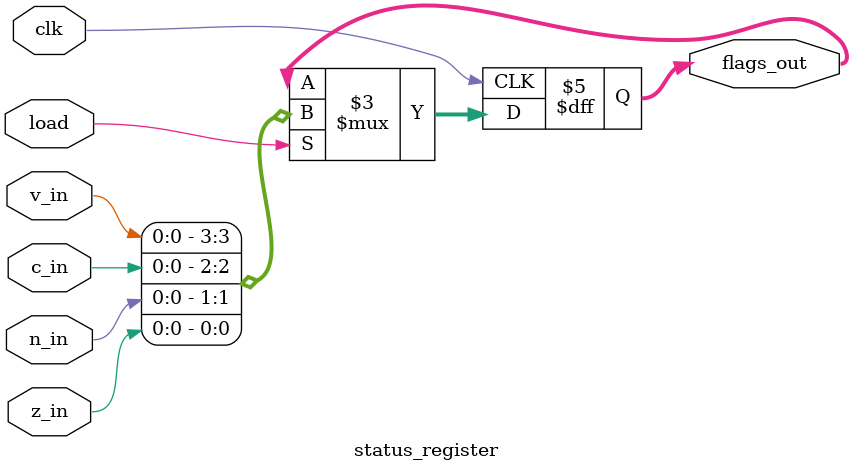
<source format=v>
module status_register(clk, load, z_in, n_in, c_in, v_in, flags_out);
   input clk;
   input load;
   input z_in, n_in, c_in, v_in;
   output [3:0] flags_out;

   wire clk, load;
   wire z_in, n_in, c_in, v_in;
   reg [3:0] flags_out;

   initial begin
      flags_out = 4'b0000;
   end

   always @(posedge clk) begin
      if (load) begin
         flags_out <= {v_in, c_in, n_in, z_in};  // [V, C, N, Z]
      end
   end
endmodule


</source>
